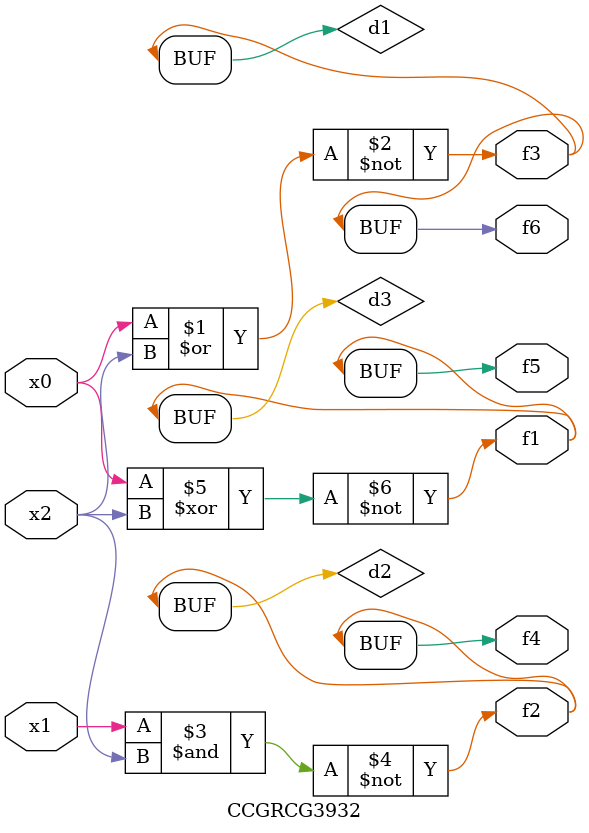
<source format=v>
module CCGRCG3932(
	input x0, x1, x2,
	output f1, f2, f3, f4, f5, f6
);

	wire d1, d2, d3;

	nor (d1, x0, x2);
	nand (d2, x1, x2);
	xnor (d3, x0, x2);
	assign f1 = d3;
	assign f2 = d2;
	assign f3 = d1;
	assign f4 = d2;
	assign f5 = d3;
	assign f6 = d1;
endmodule

</source>
